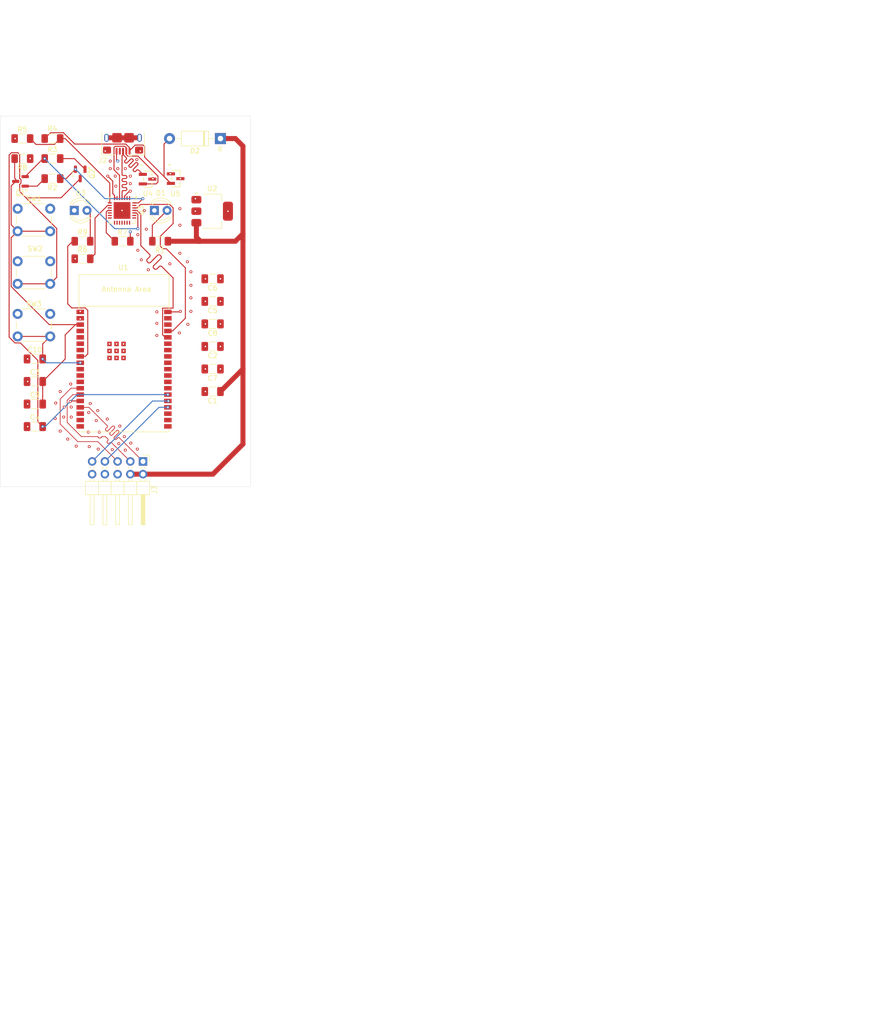
<source format=kicad_pcb>
(kicad_pcb (version 20241229) (generator "pcbnew") (generator_version "9.0")
  (layers (0 "F.Cu" signal) (4 "In1.Cu" power) (6 "In2.Cu" power) (2 "B.Cu" signal) (13 "F.Paste" user) (15 "B.Paste" user) (5 "F.SilkS" user "F.Silkscreen") (7 "B.SilkS" user "B.Silkscreen") (1 "F.Mask" user) (3 "B.Mask" user) (25 "Edge.Cuts" user))
  (net 0 "")
  (net 1 "GND")
  (net 2 "EXT_5V")
  (net 3 "VDD33")
  (net 4 "EN")
  (net 5 "IO0")
  (net 6 "Net-(U1-32K_XN{slash}GPIO33{slash}ADC1_CH5)")
  (net 7 "Net-(D1-A)")
  (net 8 "VBUS")
  (net 9 "Net-(D3-A)")
  (net 10 "SCLK")
  (net 11 "MISO")
  (net 12 "CS")
  (net 13 "MOSI")
  (net 14 "Net-(J2-D+)")
  (net 16 "Net-(J2-D-)")
  (net 17 "Net-(Q1-B)")
  (net 18 "RTS")
  (net 19 "DTR")
  (net 20 "Net-(Q2-B)")
  (net 21 "Net-(U3-VBUS)")
  (net 22 "Net-(U3-~{RST})")
  (net 23 "Net-(U3-~{SUSPEND})")
  (net 24 "Net-(U1-32K_XP{slash}GPIO32{slash}ADC1_CH4)")
  (net 25 "TX")
  (net 35 "RX")
  (net 40 "ACK")
  (footprint "Capacitor_SMD:C_1206_3216Metric_Pad1.33x1.80mm_HandSolder" (layer "F.Cu") (at 41.9375 70.5)
    (property "Reference" "C9")
    (property "Value" "0.1uF")
  )
  (footprint "Button_Switch_THT:SW_PUSH_6mm" (layer "F.Cu") (at 38.5 42)
    (property "Reference" "SW2")
    (property "Value" "SW_Push")
  )
  (footprint "Resistor_SMD:R_1206_3216Metric_Pad1.30x1.75mm_HandSolder" (layer "F.Cu") (at 51.45 38)
    (property "Reference" "R9")
    (property "Value" "150")
  )
  (footprint "Resistor_SMD:R_1206_3216Metric_Pad1.30x1.75mm_HandSolder" (layer "F.Cu") (at 45.45 25.5 180)
    (property "Reference" "R2")
    (property "Value" "10k")
  )
  (footprint "Connector_USB:USB_Micro-B_Amphenol_10118193-0002LF_Horizontal" (layer "F.Cu") (at 59.55 17.35 180)
    (property "Reference" "J2")
    (property "Value" "USB_B_Micro")
  )
  (footprint "Capacitor_SMD:C_1206_3216Metric_Pad1.33x1.80mm_HandSolder" (layer "F.Cu") (at 41.9375 61.5)
    (property "Reference" "C10")
    (property "Value" "0.1uF")
  )
  (footprint "Resistor_SMD:R_1206_3216Metric_Pad1.30x1.75mm_HandSolder" (layer "F.Cu") (at 45.45 21.5)
    (property "Reference" "R3")
    (property "Value" "10k")
  )
  (footprint "Capacitor_SMD:C_1206_3216Metric_Pad1.33x1.80mm_HandSolder" (layer "F.Cu") (at 77.4375 50 180)
    (property "Reference" "C5")
    (property "Value" "0.1uF")
  )
  (footprint "Resistor_SMD:R_1206_3216Metric_Pad1.30x1.75mm_HandSolder" (layer "F.Cu") (at 59.45 38)
    (property "Reference" "R7")
    (property "Value" "10k")
  )
  (footprint "Capacitor_SMD:C_1206_3216Metric_Pad1.33x1.80mm_HandSolder" (layer "F.Cu") (at 77.4375 59 180)
    (property "Reference" "C2")
    (property "Value" "22uF")
  )
  (footprint "Connector_PinHeader_2.54mm:PinHeader_2x05_P2.54mm_Horizontal" (layer "F.Cu") (at 63.54 81.96 -90)
    (property "Reference" "J3")
    (property "Value" "Conn_02x04_Odd_Even")
  )
  (footprint "Package_TO_SOT_SMD:SOT-23" (layer "F.Cu") (at 39.0625 26.05 180)
    (property "Reference" "Q1")
    (property "Value" "SS8050")
  )
  (footprint "Capacitor_SMD:C_1206_3216Metric_Pad1.33x1.80mm_HandSolder" (layer "F.Cu") (at 77.4375 45.5 180)
    (property "Reference" "C6")
    (property "Value" "10uF")
  )
  (footprint "Button_Switch_THT:SW_PUSH_6mm" (layer "F.Cu") (at 38.5 31.5)
    (property "Reference" "SW1")
    (property "Value" "SW_Push")
  )
  (footprint "PCM_Espressif:SOT23_NXP-M" (layer "F.Cu") (at 70.10195 25.5 -90)
    (property "Reference" "U5")
    (property "Value" "PESD5V0L2BT")
  )
  (footprint "Capacitor_SMD:C_1206_3216Metric_Pad1.33x1.80mm_HandSolder" (layer "F.Cu") (at 41.9375 66)
    (property "Reference" "C3")
    (property "Value" "0.1uF")
  )
  (footprint "Diode_THT:D_DO-41_SOD81_P10.16mm_Horizontal" (layer "F.Cu") (at 79 17.5 180)
    (property "Reference" "D2")
    (property "Value" "1N5819")
  )
  (footprint "Package_DFN_QFN:QFN-28-1EP_5x5mm_P0.5mm_EP3.35x3.35mm" (layer "F.Cu") (at 59.35 31.85 -90)
    (property "Reference" "U3")
    (property "Value" "CP2102N-Axx-xQFN28")
  )
  (footprint "Capacitor_SMD:C_1206_3216Metric_Pad1.33x1.80mm_HandSolder" (layer "F.Cu") (at 77.4375 63.5 180)
    (property "Reference" "C7")
    (property "Value" "22uF")
  )
  (footprint "PCM_Espressif:ESP32-WROVER-E" (layer "F.Cu") (at 59.75 60.36)
    (property "Reference" "U1")
    (property "Value" "ESP32-WROVER-E")
  )
  (footprint "Capacitor_SMD:C_1206_3216Metric_Pad1.33x1.80mm_HandSolder" (layer "F.Cu") (at 77.4375 68 180)
    (property "Reference" "C1")
    (property "Value" "22uF")
  )
  (footprint "PCM_Espressif:SOT23_NXP-M" (layer "F.Cu") (at 64.5 25.60195 -90)
    (property "Reference" "U4")
    (property "Value" "PESD5V0L2BT")
  )
  (footprint "Package_TO_SOT_SMD:SOT-223-3_TabPin2" (layer "F.Cu") (at 77.35 32)
    (property "Reference" "U2")
    (property "Value" "AMS1117-3.3")
  )
  (footprint "Resistor_SMD:R_1206_3216Metric_Pad1.30x1.75mm_HandSolder" (layer "F.Cu") (at 39.45 21.5 180)
    (property "Reference" "R8")
    (property "Value" "10k")
  )
  (footprint "Resistor_SMD:R_1206_3216Metric_Pad1.30x1.75mm_HandSolder" (layer "F.Cu") (at 51.45 41.5)
    (property "Reference" "R6")
    (property "Value" "2k")
  )
  (footprint "Capacitor_SMD:C_1206_3216Metric_Pad1.33x1.80mm_HandSolder" (layer "F.Cu") (at 41.9375 75)
    (property "Reference" "C4")
    (property "Value" "0.1uF")
  )
  (footprint "Resistor_SMD:R_1206_3216Metric_Pad1.30x1.75mm_HandSolder" (layer "F.Cu") (at 39.45 17.5)
    (property "Reference" "R5")
    (property "Value" "47.5k")
  )
  (footprint "Button_Switch_THT:SW_PUSH_6mm" (layer "F.Cu") (at 38.5 52.5)
    (property "Reference" "SW3")
    (property "Value" "SW_Push")
  )
  (footprint "LED_THT:LED_D4.0mm" (layer "F.Cu") (at 49.81 31.85)
    (property "Reference" "D3")
    (property "Value" "BLUE LED")
  )
  (footprint "Package_TO_SOT_SMD:SOT-23" (layer "F.Cu") (at 51 24.5625 -90)
    (property "Reference" "Q2")
    (property "Value" "SS8050")
  )
  (footprint "Capacitor_SMD:C_1206_3216Metric_Pad1.33x1.80mm_HandSolder" (layer "F.Cu") (at 77.4375 54.5 180)
    (property "Reference" "C8")
    (property "Value" "0.1uF")
  )
  (footprint "Resistor_SMD:R_1206_3216Metric_Pad1.30x1.75mm_HandSolder" (layer "F.Cu") (at 45.45 17.5 180)
    (property "Reference" "R4")
    (property "Value" "22.1k")
  )
  (footprint "LED_THT:LED_D4.0mm" (layer "F.Cu") (at 65.81 31.85)
    (property "Reference" "D1")
    (property "Value" "RED LED")
  )
  (footprint "Resistor_SMD:R_1206_3216Metric_Pad1.30x1.75mm_HandSolder" (layer "F.Cu") (at 66.95 38 180)
    (property "Reference" "R1")
    (property "Value" "2k")
  )
  (gr_line (start 85 13) (end 85 87) (stroke (width 0.05)) (layer "Edge.Cuts"))
  (gr_line (start 85 87) (end 35 87) (stroke (width 0.05)) (layer "Edge.Cuts"))
  (gr_line (start 35 87) (end 35 13) (stroke (width 0.05)) (layer "Edge.Cuts"))
  (gr_line (start 35 13) (end 85 13) (stroke (width 0.05)) (layer "Edge.Cuts"))
  (via micro (at 61 26.5) (size 0.6) (drill 0.3) (layers "F.Cu" "In1.Cu") (net 0))
  (via micro (at 61 25) (size 0.6) (drill 0.3) (layers "F.Cu" "In1.Cu") (net 0))
  (segment (start 58.25 20.025) (end 58.25 21.75) (width 0.2) (layer "F.Cu") (net 1))
  (segment (start 49.115 69.885) (end 51 69.885) (width 0.2) (layer "F.Cu") (net 1))
  (segment (start 70.895 52.105) (end 71 52) (width 0.2) (layer "F.Cu") (net 1))
  (segment (start 49 70) (end 49.115 69.885) (width 0.2) (layer "F.Cu") (net 1))
  (segment (start 68.5 52.105) (end 70.895 52.105) (width 0.2) (layer "F.Cu") (net 1))
  (segment (start 58.25 21.75) (end 58.5 22) (width 0.2) (layer "F.Cu") (net 1))
  (segment (start 62.85 17.35) (end 56.25 17.35) (width 1) (layer "F.Cu") (net 1))
  (segment (start 59.85 29.4) (end 59.85 28.984202) (width 0.2) (layer "F.Cu") (net 1))
  (segment (start 59.85 28.984202) (end 60.834202 28) (width 0.2) (layer "F.Cu") (net 1))
  (segment (start 60.834202 28) (end 61 28) (width 0.2) (layer "F.Cu") (net 1))
  (segment (start 61 38) (end 61 36.1) (width 0.2) (layer "F.Cu") (net 1))
  (via micro (at 59.65 61.3) (size 0.6) (drill 0.3) (layers "F.Cu" "In1.Cu") (net 1))
  (via micro (at 52.6 76.1) (size 0.6) (drill 0.3) (layers "F.Cu" "In1.Cu") (net 1))
  (via micro (at 65.5 25.5) (size 0.6) (drill 0.3) (layers "F.Cu" "In1.Cu") (net 1))
  (via micro (at 58.7 78.4) (size 0.6) (drill 0.3) (layers "F.Cu" "In1.Cu") (net 1))
  (via micro (at 76 63.5) (size 0.6) (drill 0.3) (layers "F.Cu" "In1.Cu") (net 1))
  (via micro (at 70.9 34.8) (size 0.6) (drill 0.3) (layers "F.Cu" "In1.Cu") (net 1))
  (via micro (at 70.9 40.4) (size 0.6) (drill 0.3) (layers "F.Cu" "In1.Cu") (net 1))
  (via micro (at 47.8 71.1) (size 0.6) (drill 0.3) (layers "F.Cu" "In1.Cu") (net 1))
  (via micro (at 52.8 79) (size 0.6) (drill 0.3) (layers "F.Cu" "In1.Cu") (net 1))
  (via micro (at 70.8 56.3) (size 0.6) (drill 0.3) (layers "F.Cu" "In1.Cu") (net 1))
  (via micro (at 49.1 66.5) (size 0.6) (drill 0.3) (layers "F.Cu" "In1.Cu") (net 1))
  (via micro (at 47 68) (size 0.6) (drill 0.3) (layers "F.Cu" "In1.Cu") (net 1))
  (via micro (at 76 54.5) (size 0.6) (drill 0.3) (layers "F.Cu" "In1.Cu") (net 1))
  (via micro (at 76 50) (size 0.6) (drill 0.3) (layers "F.Cu" "In1.Cu") (net 1))
  (via micro (at 62.5 36.7) (size 0.6) (drill 0.3) (layers "F.Cu" "In1.Cu") (net 1))
  (via micro (at 59.35 31.85) (size 0.6) (drill 0.3) (layers "F.Cu" "In1.Cu") (net 1))
  (via micro (at 64.6 43.7) (size 0.6) (drill 0.3) (layers "F.Cu" "In1.Cu") (net 1))
  (via micro (at 56.4 73.5) (size 0.6) (drill 0.3) (layers "F.Cu" "In1.Cu") (net 1))
  (via micro (at 48.5 77.5) (size 0.6) (drill 0.3) (layers "F.Cu" "In1.Cu") (net 1))
  (via micro (at 58.5 23.5) (size 0.6) (drill 0.3) (layers "F.Cu" "In1.Cu") (net 1))
  (via micro (at 73.1 52) (size 0.6) (drill 0.3) (layers "F.Cu" "In1.Cu") (net 1))
  (via micro (at 57.4 79.6) (size 0.6) (drill 0.3) (layers "F.Cu" "In1.Cu") (net 1))
  (via micro (at 56 20) (size 0.6) (drill 0.3) (layers "F.Cu" "In1.Cu") (net 1))
  (via micro (at 76 59) (size 0.6) (drill 0.3) (layers "F.Cu" "In1.Cu") (net 1))
  (via micro (at 68.9 42.5) (size 0.6) (drill 0.3) (layers "F.Cu" "In1.Cu") (net 1))
  (via micro (at 70.9 31.5) (size 0.6) (drill 0.3) (layers "F.Cu" "In1.Cu") (net 1))
  (via micro (at 59.65 58.5) (size 0.6) (drill 0.3) (layers "F.Cu" "In1.Cu") (net 1))
  (via micro (at 49.2 71.1) (size 0.6) (drill 0.3) (layers "F.Cu" "In1.Cu") (net 1))
  (via (at 61 36.1) (size 0.6) (drill 0.3) (layers "F.Cu" "B.Cu") (net 1))
  (via micro (at 58 25) (size 0.6) (drill 0.3) (layers "F.Cu" "In1.Cu") (net 1))
  (via micro (at 52.7 72.2) (size 0.6) (drill 0.3) (layers "F.Cu" "In1.Cu") (net 1))
  (via micro (at 58.1 27) (size 0.6) (drill 0.3) (layers "F.Cu" "In1.Cu") (net 1))
  (via micro (at 38 17.5) (size 0.6) (drill 0.3) (layers "F.Cu" "In1.Cu") (net 1))
  (via micro (at 56.85 59.9) (size 0.6) (drill 0.3) (layers "F.Cu" "In1.Cu") (net 1))
  (via micro (at 56.845 58.5) (size 0.6) (drill 0.3) (layers "F.Cu" "In1.Cu") (net 1))
  (via micro (at 47.7 73.1) (size 0.6) (drill 0.3) (layers "F.Cu" "In1.Cu") (net 1))
  (via micro (at 58.9 74.9) (size 0.6) (drill 0.3) (layers "F.Cu" "In1.Cu") (net 1))
  (via micro (at 72.4 42.1) (size 0.6) (drill 0.3) (layers "F.Cu" "In1.Cu") (net 1))
  (via micro (at 61 28) (size 0.6) (drill 0.3) (layers "F.Cu" "In1.Cu") (net 1))
  (via micro (at 58.25 59.9) (size 0.6) (drill 0.3) (layers "F.Cu" "In1.Cu") (net 1))
  (via micro (at 57 22) (size 0.6) (drill 0.3) (layers "F.Cu" "In1.Cu") (net 1))
  (via micro (at 54.6 79.5) (size 0.6) (drill 0.3) (layers "F.Cu" "In1.Cu") (net 1))
  (via micro (at 63 20) (size 0.6) (drill 0.3) (layers "F.Cu" "In1.Cu") (net 1))
  (via micro (at 46 73.4) (size 0.6) (drill 0.3) (layers "F.Cu" "In1.Cu") (net 1))
  (via micro (at 73.1 49.3) (size 0.6) (drill 0.3) (layers "F.Cu" "In1.Cu") (net 1))
  (via micro (at 49.2 73.1) (size 0.6) (drill 0.3) (layers "F.Cu" "In1.Cu") (net 1))
  (via micro (at 40.5 75) (size 0.6) (drill 0.3) (layers "F.Cu" "In1.Cu") (net 1))
  (via micro (at 51 52) (size 0.6) (drill 0.3) (layers "F.Cu" "In1.Cu") (net 1))
  (via micro (at 40.5 70.5) (size 0.6) (drill 0.3) (layers "F.Cu" "In1.Cu") (net 1))
  (via micro (at 54.5 71.8) (size 0.6) (drill 0.3) (layers "F.Cu" "In1.Cu") (net 1))
  (via micro (at 76 68) (size 0.6) (drill 0.3) (layers "F.Cu" "In1.Cu") (net 1))
  (via micro (at 73.1 44.1) (size 0.6) (drill 0.3) (layers "F.Cu" "In1.Cu") (net 1))
  (via micro (at 66.3 54.4) (size 0.6) (drill 0.3) (layers "F.Cu" "In1.Cu") (net 1))
  (via micro (at 66.3 56.8) (size 0.6) (drill 0.3) (layers "F.Cu" "In1.Cu") (net 1))
  (via micro (at 54.2 73.8) (size 0.6) (drill 0.3) (layers "F.Cu" "In1.Cu") (net 1))
  (via micro (at 53 70.4) (size 0.6) (drill 0.3) (layers "F.Cu" "In1.Cu") (net 1))
  (via micro (at 47 75.9) (size 0.6) (drill 0.3) (layers "F.Cu" "In1.Cu") (net 1))
  (via micro (at 63.8 31.9) (size 0.6) (drill 0.3) (layers "F.Cu" "In1.Cu") (net 1))
  (via micro (at 71 25.5) (size 0.6) (drill 0.3) (layers "F.Cu" "In1.Cu") (net 1))
  (via micro (at 40.5 66) (size 0.6) (drill 0.3) (layers "F.Cu" "In1.Cu") (net 1))
  (via micro (at 46.1 70.3) (size 0.6) (drill 0.3) (layers "F.Cu" "In1.Cu") (net 1))
  (via micro (at 59.65 59.9) (size 0.6) (drill 0.3) (layers "F.Cu" "In1.Cu") (net 1))
  (via micro (at 62.4 79.5) (size 0.6) (drill 0.3) (layers "F.Cu" "In1.Cu") (net 1))
  (via micro (at 72.5 54.6) (size 0.6) (drill 0.3) (layers "F.Cu" "In1.Cu") (net 1))
  (via micro (at 66.3 52.1) (size 0.6) (drill 0.3) (layers "F.Cu" "In1.Cu") (net 1))
  (via micro (at 63.2 41.7) (size 0.6) (drill 0.3) (layers "F.Cu" "In1.Cu") (net 1))
  (via micro (at 49 70) (size 0.6) (drill 0.3) (layers "F.Cu" "In1.Cu") (net 1))
  (via micro (at 59.8 77) (size 0.6) (drill 0.3) (layers "F.Cu" "In1.Cu") (net 1))
  (via micro (at 56.85 61.3) (size 0.6) (drill 0.3) (layers "F.Cu" "In1.Cu") (net 1))
  (via micro (at 62.3 21.7) (size 0.6) (drill 0.3) (layers "F.Cu" "In1.Cu") (net 1))
  (via micro (at 62.5 39.8) (size 0.6) (drill 0.3) (layers "F.Cu" "In1.Cu") (net 1))
  (via micro (at 60 79.7) (size 0.6) (drill 0.3) (layers "F.Cu" "In1.Cu") (net 1))
  (via (at 58.5 22) (size 0.6) (drill 0.3) (layers "F.Cu" "B.Cu") (net 1))
  (via micro (at 54.8 76.1) (size 0.6) (drill 0.3) (layers "F.Cu" "In1.Cu") (net 1))
  (via micro (at 40.5 61.5) (size 0.6) (drill 0.3) (layers "F.Cu" "In1.Cu") (net 1))
  (via micro (at 58.25 58.5) (size 0.6) (drill 0.3) (layers "F.Cu" "In1.Cu") (net 1))
  (via micro (at 60 23.5) (size 0.6) (drill 0.3) (layers "F.Cu" "In1.Cu") (net 1))
  (via micro (at 61.1 78.3) (size 0.6) (drill 0.3) (layers "F.Cu" "In1.Cu") (net 1))
  (via micro (at 73.1 46.8) (size 0.6) (drill 0.3) (layers "F.Cu" "In1.Cu") (net 1))
  (via micro (at 71 52) (size 0.6) (drill 0.3) (layers "F.Cu" "In1.Cu") (net 1))
  (via micro (at 74 29.5) (size 0.6) (drill 0.3) (layers "F.Cu" "In1.Cu") (net 1))
  (via micro (at 57 23.5) (size 0.6) (drill 0.3) (layers "F.Cu" "In1.Cu") (net 1))
  (via micro (at 58.25 61.3) (size 0.6) (drill 0.3) (layers "F.Cu" "In1.Cu") (net 1))
  (via micro (at 50.2 78.9) (size 0.6) (drill 0.3) (layers "F.Cu" "In1.Cu") (net 1))
  (via micro (at 76 45.5) (size 0.6) (drill 0.3) (layers "F.Cu" "In1.Cu") (net 1))
  (via micro (at 69 24.5) (size 0.6) (drill 0.3) (layers "F.Cu" "In1.Cu") (net 1))
  (via micro (at 64.2 35.6) (size 0.6) (drill 0.3) (layers "F.Cu" "In1.Cu") (net 1))
  (segment (start 83.5 78.5) (end 77.5 84.5) (width 1) (layer "F.Cu") (net 2))
  (segment (start 82 17.5) (end 83.5 19) (width 1) (layer "F.Cu") (net 2))
  (segment (start 82 38) (end 74.5 38) (width 1) (layer "F.Cu") (net 2))
  (segment (start 83.5 38) (end 83.5 63.5) (width 1) (layer "F.Cu") (net 2))
  (segment (start 74.5 38) (end 68.5 38) (width 1) (layer "F.Cu") (net 2))
  (segment (start 79 17.5) (end 82 17.5) (width 1) (layer "F.Cu") (net 2))
  (segment (start 75 38) (end 74.5 38) (width 1) (layer "F.Cu") (net 2))
  (segment (start 74.2 37.2) (end 75 38) (width 1) (layer "F.Cu") (net 2))
  (segment (start 83.5 63.5) (end 79 68) (width 1) (layer "F.Cu") (net 2))
  (segment (start 83.5 19) (end 83.5 38) (width 1) (layer "F.Cu") (net 2))
  (segment (start 83.5 63.5) (end 83.5 78.5) (width 1) (layer "F.Cu") (net 2))
  (segment (start 63.54 84.5) (end 61 84.5) (width 1) (layer "F.Cu") (net 2))
  (segment (start 83.5 36.5) (end 82 38) (width 1) (layer "F.Cu") (net 2))
  (segment (start 77.5 84.5) (end 63.54 84.5) (width 1) (layer "F.Cu") (net 2))
  (segment (start 74.2 34.3) (end 74.2 37.2) (width 1) (layer "F.Cu") (net 2))
  (segment (start 57.5 26) (end 56.5 25) (width 0.2) (layer "F.Cu") (net 3))
  (segment (start 57.85 28.85) (end 57.5 28.5) (width 0.2) (layer "F.Cu") (net 3))
  (segment (start 57.85 29.4) (end 58.35 29.4) (width 0.2) (layer "F.Cu") (net 3))
  (segment (start 57.5 28.5) (end 57.5 26) (width 0.2) (layer "F.Cu") (net 3))
  (segment (start 57.85 29.4) (end 57.85 28.85) (width 0.2) (layer "F.Cu") (net 3))
  (via micro (at 79 54.5) (size 0.6) (drill 0.3) (layers "F.Cu" "In2.Cu") (net 3))
  (via micro (at 51 53.5) (size 0.6) (drill 0.3) (layers "F.Cu" "In2.Cu") (net 3))
  (via micro (at 79 63.5) (size 0.6) (drill 0.3) (layers "F.Cu" "In2.Cu") (net 3))
  (via micro (at 79 59) (size 0.6) (drill 0.3) (layers "F.Cu" "In2.Cu") (net 3))
  (via micro (at 79 50) (size 0.6) (drill 0.3) (layers "F.Cu" "In2.Cu") (net 3))
  (via micro (at 56.5 25) (size 0.6) (drill 0.3) (layers "F.Cu" "In2.Cu") (net 3))
  (via micro (at 80.5 32) (size 0.6) (drill 0.3) (layers "F.Cu" "In2.Cu") (net 3))
  (via micro (at 50 41.5) (size 0.6) (drill 0.3) (layers "F.Cu" "In2.Cu") (net 3))
  (via micro (at 74 32) (size 0.6) (drill 0.3) (layers "F.Cu" "In2.Cu") (net 3))
  (via micro (at 79 45.5) (size 0.6) (drill 0.3) (layers "F.Cu" "In2.Cu") (net 3))
  (via micro (at 41 21.5) (size 0.6) (drill 0.3) (layers "F.Cu" "In2.Cu") (net 3))
  (segment (start 43.5 66) (end 48 61.5) (width 0.2) (layer "F.Cu") (net 4))
  (segment (start 38.5 36) (end 37.199 34.699) (width 0.2) (layer "F.Cu") (net 4))
  (segment (start 43.5 70.5) (end 43.5 66) (width 0.2) (layer "F.Cu") (net 4))
  (segment (start 48 61.5) (end 48 56.695) (width 0.2) (layer "F.Cu") (net 4))
  (segment (start 48 56.695) (end 50.05 54.645) (width 0.2) (layer "F.Cu") (net 4))
  (segment (start 37.199 47.038892) (end 37.199 37.301) (width 0.2) (layer "F.Cu") (net 4))
  (segment (start 45 36) (end 38.5 36) (width 0.2) (layer "F.Cu") (net 4))
  (segment (start 51 54.645) (end 44.805108 54.645) (width 0.2) (layer "F.Cu") (net 4))
  (segment (start 38.125 25.625) (end 37.9 25.4) (width 0.2) (layer "F.Cu") (net 4))
  (segment (start 37.199 34.699) (end 37.199 26.976) (width 0.2) (layer "F.Cu") (net 4))
  (segment (start 37.199 37.301) (end 38.5 36) (width 0.2) (layer "F.Cu") (net 4))
  (segment (start 50.05 54.645) (end 51 54.645) (width 0.2) (layer "F.Cu") (net 4))
  (segment (start 37.199 26.976) (end 38.125 26.05) (width 0.2) (layer "F.Cu") (net 4))
  (segment (start 37.9 25.4) (end 37.9 21.5) (width 0.2) (layer "F.Cu") (net 4))
  (segment (start 38.5 36) (end 38 36) (width 0.2) (layer "F.Cu") (net 4))
  (segment (start 44.805108 54.645) (end 37.199 47.038892) (width 0.2) (layer "F.Cu") (net 4))
  (segment (start 38.125 26.05) (end 38.125 25.625) (width 0.2) (layer "F.Cu") (net 4))
  (segment (start 42.5365 61.798608) (end 39.038892 58.301) (width 0.2) (layer "F.Cu") (net 5))
  (segment (start 38.53516 20.324) (end 38.903468 20.692308) (width 0.2) (layer "F.Cu") (net 5))
  (segment (start 39.1635 25.709032) (end 39.1635 26.390968) (width 0.2) (layer "F.Cu") (net 5))
  (segment (start 51 25.5) (end 47.169946 29.330054) (width 0.2) (layer "F.Cu") (net 5))
  (segment (start 68.5 68.615) (end 67.968 68.615) (width 0.2) (layer "F.Cu") (net 5))
  (segment (start 43.5 75) (end 42.5365 74.0365) (width 0.2) (layer "F.Cu") (net 5))
  (segment (start 40.169946 29.330054) (end 46.301 35.461108) (width 0.2) (layer "F.Cu") (net 5))
  (segment (start 42.5365 74.0365) (end 42.5365 61.798608) (width 0.2) (layer "F.Cu") (net 5))
  (segment (start 38.903468 25.449) (end 39.1635 25.709032) (width 0.2) (layer "F.Cu") (net 5))
  (segment (start 37.961108 58.301) (end 36.798 57.137892) (width 0.2) (layer "F.Cu") (net 5))
  (segment (start 45 46.5) (end 38.5 46.5) (width 0.2) (layer "F.Cu") (net 5))
  (segment (start 47.169946 29.330054) (end 40.169946 29.330054) (width 0.2) (layer "F.Cu") (net 5))
  (segment (start 38.903468 26.651) (end 38.903468 28.063576) (width 0.2) (layer "F.Cu") (net 5))
  (segment (start 46.301 45.199) (end 45 46.5) (width 0.2) (layer "F.Cu") (net 5))
  (segment (start 36.798 20.79084) (end 37.26484 20.324) (width 0.2) (layer "F.Cu") (net 5))
  (segment (start 46.301 35.461108) (end 46.301 45.199) (width 0.2) (layer "F.Cu") (net 5))
  (segment (start 38.903468 28.063576) (end 40.169946 29.330054) (width 0.2) (layer "F.Cu") (net 5))
  (segment (start 36.798 57.137892) (end 36.798 20.79084) (width 0.2) (layer "F.Cu") (net 5))
  (segment (start 39.1635 26.390968) (end 38.903468 26.651) (width 0.2) (layer "F.Cu") (net 5))
  (segment (start 39.038892 58.301) (end 37.961108 58.301) (width 0.2) (layer "F.Cu") (net 5))
  (segment (start 37.26484 20.324) (end 38.53516 20.324) (width 0.2) (layer "F.Cu") (net 5))
  (segment (start 38.903468 20.692308) (end 38.903468 25.449) (width 0.2) (layer "F.Cu") (net 5))
  (via (at 68.5 68.615) (size 0.6) (drill 0.3) (layers "F.Cu" "B.Cu") (net 5))
  (via (at 43.5 75) (size 0.6) (drill 0.3) (layers "F.Cu" "B.Cu") (net 5))
  (segment (start 50.385 68.615) (end 68.5 68.615) (width 0.2) (layer "B.Cu") (net 5))
  (segment (start 43.5 75) (end 44 75) (width 0.2) (layer "B.Cu") (net 5))
  (segment (start 44 75) (end 50.385 68.615) (width 0.2) (layer "B.Cu") (net 5))
  (segment (start 45 57) (end 38.5 57) (width 0.2) (layer "F.Cu") (net 6))
  (segment (start 43.5 61.5) (end 43.5 58.5) (width 0.2) (layer "F.Cu") (net 6))
  (segment (start 43.5 58.5) (end 45 57) (width 0.2) (layer "F.Cu") (net 6))
  (via (at 51 62.265) (size 0.6) (drill 0.3) (layers "F.Cu" "B.Cu") (net 6))
  (via (at 43.5 61.5) (size 0.6) (drill 0.3) (layers "F.Cu" "B.Cu") (net 6))
  (segment (start 44.265 62.265) (end 43.5 61.5) (width 0.2) (layer "B.Cu") (net 6))
  (segment (start 51 62.265) (end 44.265 62.265) (width 0.2) (layer "B.Cu") (net 6))
  (segment (start 65.4 38) (end 65.4 34.8) (width 0.2) (layer "F.Cu") (net 7))
  (segment (start 65.4 34.8) (end 68.35 31.85) (width 0.2) (layer "F.Cu") (net 7))
  (segment (start 45.076 16.324) (end 43.9 17.5) (width 0.2) (layer "F.Cu") (net 8))
  (segment (start 68.84 17.5) (end 67.740001 18.599999) (width 0.2) (layer "F.Cu") (net 8))
  (segment (start 49.91216 18.601) (end 47.63516 16.324) (width 0.2) (layer "F.Cu") (net 8))
  (segment (start 63.851 19.11484) (end 63.53516 18.799) (width 0.2) (layer "F.Cu") (net 8))
  (segment (start 60.85 20.025) (end 60.85 19.350001) (width 0.2) (layer "F.Cu") (net 8))
  (segment (start 69.10595 26.4525) (end 63.851 21.19755) (width 0.2) (layer "F.Cu") (net 8))
  (segment (start 61.96484 18.799) (end 60.85 19.91384) (width 0.2) (layer "F.Cu") (net 8))
  (segment (start 60.100999 18.601) (end 49.91216 18.601) (width 0.2) (layer "F.Cu") (net 8))
  (segment (start 67.740001 25.086551) (end 69.10595 26.4525) (width 0.2) (layer "F.Cu") (net 8))
  (segment (start 67.740001 18.599999) (end 67.740001 25.086551) (width 0.2) (layer "F.Cu") (net 8))
  (segment (start 63.53516 18.799) (end 61.96484 18.799) (width 0.2) (layer "F.Cu") (net 8))
  (segment (start 60.85 19.350001) (end 60.100999 18.601) (width 0.2) (layer "F.Cu") (net 8))
  (segment (start 47.63516 16.324) (end 45.076 16.324) (width 0.2) (layer "F.Cu") (net 8))
  (segment (start 63.851 21.19755) (end 63.851 19.11484) (width 0.2) (layer "F.Cu") (net 8))
  (segment (start 60.85 19.91384) (end 60.85 20.025) (width 0.2) (layer "F.Cu") (net 8))
  (segment (start 53 38.5) (end 53 32.5) (width 0.2) (layer "F.Cu") (net 9))
  (segment (start 53 32.5) (end 52.35 31.85) (width 0.2) (layer "F.Cu") (net 9))
  (segment (start 49.155 67.345) (end 47 69.5) (width 0.14) (layer "F.Cu") (net 10))
  (segment (start 47 69.5) (end 47 74.5) (width 0.14) (layer "F.Cu") (net 10))
  (segment (start 47 74.5) (end 50.5 78) (width 0.14) (layer "F.Cu") (net 10))
  (segment (start 54.5 78) (end 58.46 81.96) (width 0.14) (layer "F.Cu") (net 10))
  (segment (start 50.5 78) (end 54.5 78) (width 0.14) (layer "F.Cu") (net 10))
  (segment (start 51 67.345) (end 49.155 67.345) (width 0.14) (layer "F.Cu") (net 10))
  (segment (start 57.951667 78.911667) (end 61 81.96) (width 0.14) (layer "F.Cu") (net 11))
  (segment (start 57.348147 78.308147) (end 57.951667 78.911667) (width 0.14) (layer "F.Cu") (net 11))
  (segment (start 57.263293 78.223292) (end 57.348147 78.308147) (width 0.14) (layer "F.Cu") (net 11))
  (segment (start 55.353314 77) (end 55.678726 77) (width 0.14) (layer "F.Cu") (net 11))
  (segment (start 51.233 77) (end 54.478726 77) (width 0.14) (layer "F.Cu") (net 11))
  (segment (start 56.04 77) (end 56.499619 77.459619) (width 0.14) (layer "F.Cu") (net 11))
  (segment (start 48.399 74.166) (end 51.233 77) (width 0.14) (layer "F.Cu") (net 11))
  (segment (start 48.399 69.751057) (end 48.399 74.166) (width 0.14) (layer "F.Cu") (net 11))
  (segment (start 54.753314 77.274588) (end 55.078726 77.274588) (width 0.14) (layer "F.Cu") (net 11))
  (segment (start 55.678726 77) (end 56.04 77) (width 0.14) (layer "F.Cu") (net 11))
  (segment (start 56.830019 78.317156) (end 56.923882 78.223292) (width 0.14) (layer "F.Cu") (net 11))
  (segment (start 51 68.615) (end 49.535057 68.615) (width 0.14) (layer "F.Cu") (net 11))
  (segment (start 56.499619 77.79903) (end 56.405755 77.892893) (width 0.14) (layer "F.Cu") (net 11))
  (segment (start 56.405755 78.232304) (end 56.490607 78.317156) (width 0.14) (layer "F.Cu") (net 11))
  (segment (start 49.535057 68.615) (end 48.399 69.751057) (width 0.14) (layer "F.Cu") (net 11))
  (arc (start 56.490607 78.317156) (mid 56.660313 78.387451) (end 56.830019 78.317156) (width 0.14) (layer "F.Cu") (net 11))
  (arc (start 54.478726 77) (mid 54.575808 77.040212) (end 54.61602 77.137294) (width 0.14) (layer "F.Cu") (net 11))
  (arc (start 56.499619 77.459619) (mid 56.569913 77.629325) (end 56.499619 77.79903) (width 0.14) (layer "F.Cu") (net 11))
  (arc (start 55.078726 77.274588) (mid 55.175808 77.234376) (end 55.21602 77.137294) (width 0.14) (layer "F.Cu") (net 11))
  (arc (start 56.923882 78.223292) (mid 57.093587 78.152998) (end 57.263293 78.223292) (width 0.14) (layer "F.Cu") (net 11))
  (arc (start 55.21602 77.137294) (mid 55.256232 77.040212) (end 55.353314 77) (width 0.14) (layer "F.Cu") (net 11))
  (arc (start 56.405755 77.892893) (mid 56.335461 78.062598) (end 56.405755 78.232304) (width 0.14) (layer "F.Cu") (net 11))
  (arc (start 54.61602 77.137294) (mid 54.656232 77.234376) (end 54.753314 77.274588) (width 0.14) (layer "F.Cu") (net 11))
  (via (at 68.5 71.155) (size 0.6) (drill 0.3) (layers "F.Cu" "B.Cu") (net 12))
  (segment (start 66.725 71.155) (end 55.92 81.96) (width 0.2) (layer "B.Cu") (net 12))
  (segment (start 68.5 71.155) (end 66.725 71.155) (width 0.2) (layer "B.Cu") (net 12))
  (segment (start 57.836995 75.371263) (end 57.394129 75.81413) (width 0.14) (layer "F.Cu") (net 13))
  (segment (start 56.375898 75.135309) (end 56.102736 75.40847) (width 0.14) (layer "F.Cu") (net 13))
  (segment (start 58.072951 76.832362) (end 57.799738 77.105575) (width 0.14) (layer "F.Cu") (net 13))
  (segment (start 58.836625 77.256625) (end 58.921478 77.341478) (width 0.14) (layer "F.Cu") (net 13))
  (segment (start 57.799738 77.444986) (end 57.88459 77.529838) (width 0.14) (layer "F.Cu") (net 13))
  (segment (start 60.1485 78.5685) (end 63.54 81.96) (width 0.14) (layer "F.Cu") (net 13))
  (segment (start 57.394129 75.81413) (end 57.39413 75.81413) (width 0.14) (layer "F.Cu") (net 13))
  (segment (start 58.685508 76.219804) (end 58.242656 76.662657) (width 0.14) (layer "F.Cu") (net 13))
  (segment (start 56.527 75.832733) (end 56.800161 75.559571) (width 0.14) (layer "F.Cu") (net 13))
  (segment (start 56.102736 75.747881) (end 56.187588 75.832733) (width 0.14) (layer "F.Cu") (net 13))
  (segment (start 52.735 71.155) (end 56.375898 74.795898) (width 0.14) (layer "F.Cu") (net 13))
  (segment (start 58.242656 76.662657) (end 58.242657 76.662657) (width 0.14) (layer "F.Cu") (net 13))
  (segment (start 58.224002 77.529838) (end 58.497214 77.256625) (width 0.14) (layer "F.Cu") (net 13))
  (segment (start 51 71.155) (end 52.735 71.155) (width 0.14) (layer "F.Cu") (net 13))
  (segment (start 50.468 71.155) (end 51 71.155) (width 0.14) (layer "F.Cu") (net 13))
  (segment (start 56.800161 75.559571) (end 56.969866 75.389866) (width 0.14) (layer "F.Cu") (net 13))
  (segment (start 57.818393 76.238392) (end 57.818393 76.238393) (width 0.14) (layer "F.Cu") (net 13))
  (segment (start 57.39413 75.81413) (end 56.951246 76.257013) (width 0.14) (layer "F.Cu") (net 13))
  (segment (start 58.600656 75.79554) (end 58.685508 75.880392) (width 0.14) (layer "F.Cu") (net 13))
  (segment (start 57.752143 74.946999) (end 57.836995 75.031851) (width 0.14) (layer "F.Cu") (net 13))
  (segment (start 56.969866 75.389866) (end 57.412731 74.946998) (width 0.14) (layer "F.Cu") (net 13))
  (segment (start 58.242657 76.662657) (end 58.072951 76.832362) (width 0.14) (layer "F.Cu") (net 13))
  (segment (start 57.37551 76.681276) (end 57.818393 76.238392) (width 0.14) (layer "F.Cu") (net 13))
  (segment (start 56.951246 76.596424) (end 57.036098 76.681276) (width 0.14) (layer "F.Cu") (net 13))
  (segment (start 57.818393 76.238393) (end 58.261244 75.795539) (width 0.14) (layer "F.Cu") (net 13))
  (segment (start 58.921478 77.341478) (end 60.1485 78.5685) (width 0.14) (layer "F.Cu") (net 13))
  (arc (start 58.261244 75.795539) (mid 58.43095 75.725246) (end 58.600656 75.79554) (width 0.14) (layer "F.Cu") (net 13))
  (arc (start 56.187588 75.832733) (mid 56.357294 75.903028) (end 56.527 75.832733) (width 0.14) (layer "F.Cu") (net 13))
  (arc (start 58.685508 75.880392) (mid 58.755804 76.050099) (end 58.685508 76.219804) (width 0.14) (layer "F.Cu") (net 13))
  (arc (start 57.036098 76.681276) (mid 57.205804 76.751571) (end 57.37551 76.681276) (width 0.14) (layer "F.Cu") (net 13))
  (arc (start 57.412731 74.946998) (mid 57.582437 74.876705) (end 57.752143 74.946999) (width 0.14) (layer "F.Cu") (net 13))
  (arc (start 58.497214 77.256625) (mid 58.666919 77.186331) (end 58.836625 77.256625) (width 0.14) (layer "F.Cu") (net 13))
  (arc (start 57.799738 77.105575) (mid 57.729444 77.27528) (end 57.799738 77.444986) (width 0.14) (layer "F.Cu") (net 13))
  (arc (start 56.951246 76.257013) (mid 56.880952 76.426718) (end 56.951246 76.596424) (width 0.14) (layer "F.Cu") (net 13))
  (arc (start 56.102736 75.40847) (mid 56.032442 75.578175) (end 56.102736 75.747881) (width 0.14) (layer "F.Cu") (net 13))
  (arc (start 57.836995 75.031851) (mid 57.907291 75.201558) (end 57.836995 75.371263) (width 0.14) (layer "F.Cu") (net 13))
  (arc (start 56.375898 74.795898) (mid 56.446192 74.965604) (end 56.375898 75.135309) (width 0.14) (layer "F.Cu") (net 13))
  (arc (start 57.88459 77.529838) (mid 58.054296 77.600133) (end 58.224002 77.529838) (width 0.14) (layer "F.Cu") (net 13))
  (segment (start 60.059951 26.682385) (end 59.59 26.682385) (width 0.2) (layer "F.Cu") (net 14))
  (segment (start 59.35 28.122385) (end 59.35 28.242385) (width 0.2) (layer "F.Cu") (net 14))
  (segment (start 60.775795 21.921245) (end 61.094368 21.602669) (width 0.2) (layer "F.Cu") (net 14))
  (segment (start 61.518634 22.026935) (end 61.200058 22.345508) (width 0.2) (layer "F.Cu") (net 14))
  (segment (start 60.351142 22.345899) (end 60.60609 22.09095) (width 0.2) (layer "F.Cu") (net 14))
  (segment (start 62.048586 23.194036) (end 61.87888 23.363741) (width 0.2) (layer "F.Cu") (net 14))
  (segment (start 61.200059 22.345509) (end 60.775423 22.770144) (width 0.2) (layer "F.Cu") (net 14))
  (segment (start 62.642555 23.788003) (end 62.727407 23.872857) (width 0.2) (layer "F.Cu") (net 14))
  (segment (start 62.048213 24.042935) (end 62.303144 23.788003) (width 0.2) (layer "F.Cu") (net 14))
  (segment (start 60.299975 27.522385) (end 60.299975 27.642385) (width 0.2) (layer "F.Cu") (net 14))
  (segment (start 62.388356 22.345148) (end 62.473208 22.43) (width 0.2) (layer "F.Cu") (net 14))
  (segment (start 63.044035 24.189485) (end 63.504 24.64945) (width 0.2) (layer "F.Cu") (net 14))
  (segment (start 62.473208 22.769412) (end 62.048585 23.194036) (width 0.2) (layer "F.Cu") (net 14))
  (segment (start 60.059975 25.482385) (end 59.59 25.482385) (width 0.2) (layer "F.Cu") (net 14))
  (segment (start 59.59 24.882385) (end 60.059975 24.882385) (width 0.2) (layer "F.Cu") (net 14))
  (segment (start 59.35 28.349717) (end 59.35 29.4) (width 0.2) (layer "F.Cu") (net 14))
  (segment (start 60.299951 26.322385) (end 60.299951 26.442385) (width 0.2) (layer "F.Cu") (net 14))
  (segment (start 62.048585 23.194036) (end 62.048586 23.194036) (width 0.2) (layer "F.Cu") (net 14))
  (segment (start 61.623949 23.958083) (end 61.708801 24.042935) (width 0.2) (layer "F.Cu") (net 14))
  (segment (start 61.624322 22.769771) (end 61.624322 22.769772) (width 0.2) (layer "F.Cu") (net 14))
  (segment (start 60.181827 21.666688) (end 59.926878 21.921636) (width 0.2) (layer "F.Cu") (net 14))
  (segment (start 59.35 25.722385) (end 59.35 25.842385) (width 0.2) (layer "F.Cu") (net 14))
  (segment (start 59.59 26.082385) (end 60.059951 26.082385) (width 0.2) (layer "F.Cu") (net 14))
  (segment (start 59.35 28.242385) (end 59.35 28.349717) (width 0.2) (layer "F.Cu") (net 14))
  (segment (start 59.35 26.922385) (end 59.35 27.042385) (width 0.2) (layer "F.Cu") (net 14))
  (segment (start 59.55 20.69545) (end 60.181827 21.327277) (width 0.2) (layer "F.Cu") (net 14))
  (segment (start 62.727407 23.872857) (end 63.044035 24.189485) (width 0.2) (layer "F.Cu") (net 14))
  (segment (start 59.55 20.699999) (end 59.35 20.899999) (width 0.2) (layer "F.Cu") (net 14))
  (segment (start 59.55 20.025) (end 59.55 20.69545) (width 0.2) (layer "F.Cu") (net 14))
  (segment (start 60.775423 23.109555) (end 60.860275 23.194407) (width 0.2) (layer "F.Cu") (net 14))
  (segment (start 59.55 20.025) (end 59.55 20.699999) (width 0.2) (layer "F.Cu") (net 14))
  (segment (start 61.199687 23.194407) (end 61.624322 22.769771) (width 0.2) (layer "F.Cu") (net 14))
  (segment (start 60.059975 27.882385) (end 59.59 27.882385) (width 0.2) (layer "F.Cu") (net 14))
  (segment (start 60.60609 22.09095) (end 60.775795 21.921245) (width 0.2) (layer "F.Cu") (net 14))
  (segment (start 59.926878 22.261047) (end 60.01173 22.345899) (width 0.2) (layer "F.Cu") (net 14))
  (segment (start 61.87888 23.363741) (end 61.623949 23.618672) (width 0.2) (layer "F.Cu") (net 14))
  (segment (start 60.299975 25.122385) (end 60.299975 25.242385) (width 0.2) (layer "F.Cu") (net 14))
  (segment (start 59.35 20.899999) (end 59.35 24.642385) (width 0.2) (layer "F.Cu") (net 14))
  (segment (start 61.433782 21.602671) (end 61.518634 21.687523) (width 0.2) (layer "F.Cu") (net 14))
  (segment (start 61.624322 22.769772) (end 62.048944 22.345147) (width 0.2) (layer "F.Cu") (net 14))
  (segment (start 59.59 27.282385) (end 60.059975 27.282385) (width 0.2) (layer "F.Cu") (net 14))
  (segment (start 61.200058 22.345508) (end 61.200059 22.345509) (width 0.2) (layer "F.Cu") (net 14))
  (arc (start 61.623949 23.618672) (mid 61.553655 23.788377) (end 61.623949 23.958083) (width 0.2) (layer "F.Cu") (net 14))
  (arc (start 60.299951 26.442385) (mid 60.229657 26.612091) (end 60.059951 26.682385) (width 0.2) (layer "F.Cu") (net 14))
  (arc (start 60.299975 27.642385) (mid 60.229681 27.812091) (end 60.059975 27.882385) (width 0.2) (layer "F.Cu") (net 14))
  (arc (start 62.473208 22.43) (mid 62.543504 22.599707) (end 62.473208 22.769412) (width 0.2) (layer "F.Cu") (net 14))
  (arc (start 60.181827 21.327277) (mid 60.252121 21.496983) (end 60.181827 21.666688) (width 0.2) (layer "F.Cu") (net 14))
  (arc (start 61.094368 21.602669) (mid 61.264075 21.532375) (end 61.433782 21.602671) (width 0.2) (layer "F.Cu") (net 14))
  (arc (start 59.59 25.482385) (mid 59.420294 25.552679) (end 59.35 25.722385) (width 0.2) (layer "F.Cu") (net 14))
  (arc (start 61.518634 21.687523) (mid 61.588928 21.857228) (end 61.518634 22.026935) (width 0.2) (layer "F.Cu") (net 14))
  (arc (start 60.775423 22.770144) (mid 60.705129 22.939849) (end 60.775423 23.109555) (width 0.2) (layer "F.Cu") (net 14))
  (arc (start 60.860275 23.194407) (mid 61.029981 23.264702) (end 61.199687 23.194407) (width 0.2) (layer "F.Cu") (net 14))
  (arc (start 59.926878 21.921636) (mid 59.856584 22.091341) (end 59.926878 22.261047) (width 0.2) (layer "F.Cu") (net 14))
  (arc (start 59.35 25.842385) (mid 59.420294 26.012091) (end 59.59 26.082385) (width 0.2) (layer "F.Cu") (net 14))
  (arc (start 60.059975 24.882385) (mid 60.229681 24.952679) (end 60.299975 25.122385) (width 0.2) (layer "F.Cu") (net 14))
  (arc (start 59.35 24.642385) (mid 59.420294 24.812091) (end 59.59 24.882385) (width 0.2) (layer "F.Cu") (net 14))
  (arc (start 60.01173 22.345899) (mid 60.181436 22.416194) (end 60.351142 22.345899) (width 0.2) (layer "F.Cu") (net 14))
  (arc (start 60.059951 26.082385) (mid 60.229657 26.152679) (end 60.299951 26.322385) (width 0.2) (layer "F.Cu") (net 14))
  (arc (start 60.059975 27.282385) (mid 60.229681 27.352679) (end 60.299975 27.522385) (width 0.2) (layer "F.Cu") (net 14))
  (arc (start 60.299975 25.242385) (mid 60.229681 25.412091) (end 60.059975 25.482385) (width 0.2) (layer "F.Cu") (net 14))
  (arc (start 61.708801 24.042935) (mid 61.878507 24.11323) (end 62.048213 24.042935) (width 0.2) (layer "F.Cu") (net 14))
  (arc (start 62.303144 23.788003) (mid 62.472849 23.717709) (end 62.642555 23.788003) (width 0.2) (layer "F.Cu") (net 14))
  (arc (start 59.35 27.042385) (mid 59.420294 27.212091) (end 59.59 27.282385) (width 0.2) (layer "F.Cu") (net 14))
  (arc (start 62.048944 22.345147) (mid 62.21865 22.274854) (end 62.388356 22.345148) (width 0.2) (layer "F.Cu") (net 14))
  (arc (start 59.59 26.682385) (mid 59.420294 26.752679) (end 59.35 26.922385) (width 0.2) (layer "F.Cu") (net 14))
  (arc (start 59.59 27.882385) (mid 59.420294 27.952679) (end 59.35 28.122385) (width 0.2) (layer "F.Cu") (net 14))
  (segment (start 59.898999 19.049) (end 57.98113 19.049) (width 0.2) (layer "F.Cu") (net 16))
  (segment (start 57.98113 19.049) (end 57.749 19.28113) (width 0.2) (layer "F.Cu") (net 16))
  (segment (start 66.51185 26.20775) (end 66.51185 24.99615) (width 0.2) (layer "F.Cu") (net 16))
  (segment (start 66.16515 26.55445) (end 66.51185 26.20775) (width 0.2) (layer "F.Cu") (net 16))
  (segment (start 57.749 19.28113) (end 57.749 23.749) (width 0.2) (layer "F.Cu") (net 16))
  (segment (start 60.2 20.699999) (end 60.2 20.025) (width 0.2) (layer "F.Cu") (net 16))
  (segment (start 62.5167 21.001) (end 60.501001 21.001) (width 0.2) (layer "F.Cu") (net 16))
  (segment (start 58.85 24.85) (end 58.85 29.4) (width 0.2) (layer "F.Cu") (net 16))
  (segment (start 66.51185 24.99615) (end 62.5167 21.001) (width 0.2) (layer "F.Cu") (net 16))
  (segment (start 57.749 23.749) (end 58.85 24.85) (width 0.2) (layer "F.Cu") (net 16))
  (segment (start 63.504 26.55445) (end 66.16515 26.55445) (width 0.2) (layer "F.Cu") (net 16))
  (segment (start 60.2 20.025) (end 60.2 19.350001) (width 0.2) (layer "F.Cu") (net 16))
  (segment (start 60.2 19.350001) (end 59.898999 19.049) (width 0.2) (layer "F.Cu") (net 16))
  (segment (start 60.501001 21.001) (end 60.2 20.699999) (width 0.2) (layer "F.Cu") (net 16))
  (segment (start 42.4 27) (end 43.9 25.5) (width 0.2) (layer "F.Cu") (net 17))
  (segment (start 40 27) (end 42.4 27) (width 0.2) (layer "F.Cu") (net 17))
  (segment (start 62.5 32.634202) (end 62.5 35.5) (width 0.2) (layer "F.Cu") (net 18))
  (segment (start 40 25.1) (end 43.6 21.5) (width 0.2) (layer "F.Cu") (net 18))
  (segment (start 43.6 21.5) (end 43.9 21.5) (width 0.2) (layer "F.Cu") (net 18))
  (segment (start 61.8 32.35) (end 62.215798 32.35) (width 0.2) (layer "F.Cu") (net 18))
  (segment (start 62.215798 32.35) (end 62.5 32.634202) (width 0.2) (layer "F.Cu") (net 18))
  (via (at 43.9 21.5) (size 0.6) (drill 0.3) (layers "F.Cu" "B.Cu") (net 18))
  (via (at 62.5 35.5) (size 0.6) (drill 0.3) (layers "F.Cu" "B.Cu") (net 18))
  (segment (start 62.5 35.5) (end 57.9 35.5) (width 0.2) (layer "B.Cu") (net 18))
  (segment (start 57.9 35.5) (end 43.9 21.5) (width 0.2) (layer "B.Cu") (net 18))
  (segment (start 61.8 30.35) (end 62.65 30.35) (width 0.2) (layer "F.Cu") (net 19))
  (segment (start 48.175 25.5) (end 50.05 23.625) (width 0.2) (layer "F.Cu") (net 19))
  (segment (start 47 25.5) (end 48.175 25.5) (width 0.2) (layer "F.Cu") (net 19))
  (segment (start 62.65 30.35) (end 63.5 29.5) (width 0.2) (layer "F.Cu") (net 19))
  (via (at 50.05 23.625) (size 0.6) (drill 0.3) (layers "F.Cu" "B.Cu") (net 19))
  (via (at 63.5 29.5) (size 0.6) (drill 0.3) (layers "F.Cu" "B.Cu") (net 19))
  (segment (start 55.925 29.5) (end 63.5 29.5) (width 0.2) (layer "B.Cu") (net 19))
  (segment (start 50.05 23.625) (end 55.925 29.5) (width 0.2) (layer "B.Cu") (net 19))
  (segment (start 47 21.5) (end 49.825 21.5) (width 0.2) (layer "F.Cu") (net 20))
  (segment (start 49.825 21.5) (end 51.95 23.625) (width 0.2) (layer "F.Cu") (net 20))
  (segment (start 56.9 26.4) (end 48 17.5) (width 0.2) (layer "F.Cu") (net 21))
  (segment (start 47 17.5) (end 45.824 18.676) (width 0.2) (layer "F.Cu") (net 21))
  (segment (start 45.824 18.676) (end 42.176 18.676) (width 0.2) (layer "F.Cu") (net 21))
  (segment (start 42.176 18.676) (end 41 17.5) (width 0.2) (layer "F.Cu") (net 21))
  (segment (start 56.9 30.35) (end 56.9 26.4) (width 0.2) (layer "F.Cu") (net 21))
  (segment (start 48 17.5) (end 47 17.5) (width 0.2) (layer "F.Cu") (net 21))
  (segment (start 56.9 30.85) (end 56.484202 30.85) (width 0.2) (layer "F.Cu") (net 22))
  (segment (start 56.484202 30.85) (end 53.951 33.383202) (width 0.2) (layer "F.Cu") (net 22))
  (segment (start 53.951 40.549) (end 53 41.5) (width 0.2) (layer "F.Cu") (net 22))
  (segment (start 53.951 33.383202) (end 53.951 40.549) (width 0.2) (layer "F.Cu") (net 22))
  (segment (start 56.199 32.135202) (end 56.199 36.299) (width 0.2) (layer "F.Cu") (net 23))
  (segment (start 56.484202 31.85) (end 56.199 32.135202) (width 0.2) (layer "F.Cu") (net 23))
  (segment (start 56.199 36.299) (end 57.9 38) (width 0.2) (layer "F.Cu") (net 23))
  (segment (start 56.9 31.85) (end 56.484202 31.85) (width 0.2) (layer "F.Cu") (net 23))
  (segment (start 48.5 50.5) (end 49.305 51.305) (width 0.2) (layer "F.Cu") (net 24))
  (segment (start 52.005 60.995) (end 51 60.995) (width 0.2) (layer "F.Cu") (net 24))
  (segment (start 49.5 38) (end 48.5 39) (width 0.2) (layer "F.Cu") (net 24))
  (segment (start 52.002 51.305) (end 52.5 51.803) (width 0.2) (layer "F.Cu") (net 24))
  (segment (start 52.5 60.5) (end 52.005 60.995) (width 0.2) (layer "F.Cu") (net 24))
  (segment (start 49.305 51.305) (end 52.002 51.305) (width 0.2) (layer "F.Cu") (net 24))
  (segment (start 49.9 38) (end 49.5 38) (width 0.2) (layer "F.Cu") (net 24))
  (segment (start 52.5 51.803) (end 52.5 60.5) (width 0.2) (layer "F.Cu") (net 24))
  (segment (start 48.5 39) (end 48.5 50.5) (width 0.2) (layer "F.Cu") (net 24))
  (segment (start 67.09168 40.940663) (end 66.962984 40.811967) (width 0.2) (layer "F.Cu") (net 25))
  (segment (start 64.843151 40.615316) (end 64.714459 40.486623) (width 0.2) (layer "F.Cu") (net 25))
  (segment (start 66.130089 42.417027) (end 66.387476 42.15964) (width 0.2) (layer "F.Cu") (net 25))
  (segment (start 67.449 51.354) (end 67.449 56.666) (width 0.2) (layer "F.Cu") (net 25))
  (segment (start 67.301388 43.073552) (end 69.551 45.323164) (width 0.2) (layer "F.Cu") (net 25))
  (segment (start 65.48662 41.773557) (end 65.039809 42.220368) (width 0.2) (layer "F.Cu") (net 25))
  (segment (start 64.396271 40.168435) (end 63.101 38.873164) (width 0.2) (layer "F.Cu") (net 25))
  (segment (start 66.44821 40.811967) (end 65.744006 41.51617) (width 0.2) (layer "F.Cu") (net 25))
  (segment (start 69.551 51.354) (end 67.449 51.354) (width 0.2) (layer "F.Cu") (net 25))
  (segment (start 65.744008 41.516172) (end 65.48662 41.773557) (width 0.2) (layer "F.Cu") (net 25))
  (segment (start 63.101 32.601) (end 62.35 31.85) (width 0.2) (layer "F.Cu") (net 25))
  (segment (start 63.101 38.873164) (end 63.101 32.601) (width 0.2) (layer "F.Cu") (net 25))
  (segment (start 64.396341 41.5769) (end 64.843152 41.13009) (width 0.2) (layer "F.Cu") (net 25))
  (segment (start 66.387476 42.15964) (end 66.387477 42.159641) (width 0.2) (layer "F.Cu") (net 25))
  (segment (start 65.811969 43.507315) (end 65.683272 43.378618) (width 0.2) (layer "F.Cu") (net 25))
  (segment (start 64.525037 42.220369) (end 64.396342 42.091674) (width 0.2) (layer "F.Cu") (net 25))
  (segment (start 65.683271 42.863844) (end 66.130089 42.417027) (width 0.2) (layer "F.Cu") (net 25))
  (segment (start 69.551 45.323164) (end 69.551 51.354) (width 0.2) (layer "F.Cu") (net 25))
  (segment (start 64.714459 40.486623) (end 64.396271 40.168435) (width 0.2) (layer "F.Cu") (net 25))
  (segment (start 65.744006 41.51617) (end 65.744008 41.516172) (width 0.2) (layer "F.Cu") (net 25))
  (segment (start 66.77356 43.060498) (end 66.326741 43.507314) (width 0.2) (layer "F.Cu") (net 25))
  (segment (start 67.968 57.185) (end 68.5 57.185) (width 0.2) (layer "F.Cu") (net 25))
  (segment (start 62.35 31.85) (end 61.8 31.85) (width 0.2) (layer "F.Cu") (net 25))
  (segment (start 66.387477 42.159641) (end 67.09168 41.455437) (width 0.2) (layer "F.Cu") (net 25))
  (segment (start 67.449 56.666) (end 67.968 57.185) (width 0.2) (layer "F.Cu") (net 25))
  (segment (start 67.288334 43.060498) (end 67.301388 43.073552) (width 0.2) (layer "F.Cu") (net 25))
  (arc (start 66.962984 40.811967) (mid 66.705597 40.705354) (end 66.44821 40.811967) (width 0.2) (layer "F.Cu") (net 25))
  (arc (start 65.683272 43.378618) (mid 65.576658 43.121231) (end 65.683271 42.863844) (width 0.2) (layer "F.Cu") (net 25))
  (arc (start 64.843152 41.13009) (mid 64.949765 40.872703) (end 64.843151 40.615316) (width 0.2) (layer "F.Cu") (net 25))
  (arc (start 64.396342 42.091674) (mid 64.289728 41.834287) (end 64.396341 41.5769) (width 0.2) (layer "F.Cu") (net 25))
  (arc (start 66.326741 43.507314) (mid 66.069354 43.613927) (end 65.811969 43.507315) (width 0.2) (layer "F.Cu") (net 25))
  (arc (start 67.288334 43.060498) (mid 67.030947 42.953885) (end 66.77356 43.060498) (width 0.2) (layer "F.Cu") (net 25))
  (arc (start 65.039809 42.220368) (mid 64.782422 42.326981) (end 64.525037 42.220369) (width 0.2) (layer "F.Cu") (net 25))
  (arc (start 67.09168 41.455437) (mid 67.198293 41.19805) (end 67.09168 40.940663) (width 0.2) (layer "F.Cu") (net 25))
  (segment (start 69.551 34.46216) (end 69.551 31.352529) (width 0.2) (layer "F.Cu") (net 35))
  (segment (start 72 43.31116) (end 68.18884 39.5) (width 0.2) (layer "F.Cu") (net 35))
  (segment (start 72 53.365) (end 72 43.31116) (width 0.2) (layer "F.Cu") (net 35))
  (segment (start 68.847471 30.649) (end 63.064798 30.649) (width 0.2) (layer "F.Cu") (net 35))
  (segment (start 62.363798 31.35) (end 61.8 31.35) (width 0.2) (layer "F.Cu") (net 35))
  (segment (start 69.45 55.915) (end 72 53.365) (width 0.2) (layer "F.Cu") (net 35))
  (segment (start 67.5 39.5) (end 67 39) (width 0.2) (layer "F.Cu") (net 35))
  (segment (start 69.551 31.352529) (end 68.847471 30.649) (width 0.2) (layer "F.Cu") (net 35))
  (segment (start 67 37.01316) (end 69.551 34.46216) (width 0.2) (layer "F.Cu") (net 35))
  (segment (start 68.5 55.915) (end 69.45 55.915) (width 0.2) (layer "F.Cu") (net 35))
  (segment (start 68.18884 39.5) (end 67.5 39.5) (width 0.2) (layer "F.Cu") (net 35))
  (segment (start 67 39) (end 67 37.01316) (width 0.2) (layer "F.Cu") (net 35))
  (segment (start 63.064798 30.649) (end 62.363798 31.35) (width 0.2) (layer "F.Cu") (net 35))
  (segment (start 68.5 69.885) (end 68.585 69.885) (width 0.2) (layer "F.Cu") (net 40))
  (segment (start 68.585 69.885) (end 68.6 69.9) (width 0.2) (layer "F.Cu") (net 40))
  (via (at 68.6 69.9) (size 0.6) (drill 0.3) (layers "F.Cu" "B.Cu") (net 40))
  (segment (start 68.6 69.9) (end 65.44 69.9) (width 0.2) (layer "B.Cu") (net 40))
  (segment (start 65.44 69.9) (end 53.38 81.96) (width 0.2) (layer "B.Cu") (net 40))
)
</source>
